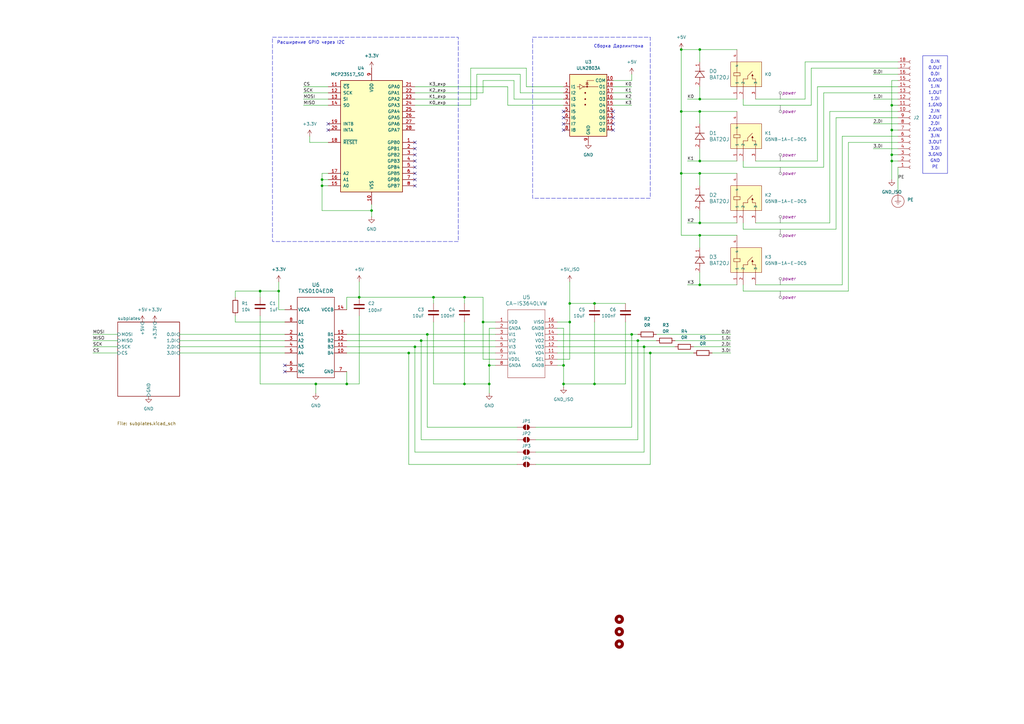
<source format=kicad_sch>
(kicad_sch (version 20231120) (generator "eeschema") (generator_version "8.0")
  (paper "A3")
  (title_block (title "${article} v${version}"))
  (lib_symbols
    (symbol "BAT20J_1" (pin_names (offset 0.254))
      (property "Reference" "D" (at 0 0 0))
      (property "Value" "BAT20J" (at 0 0 0))
      (symbol "BAT20J_1_1_1"
        (pin passive line (at 10.16 0 180) (length 2.54) (name "") (number "1"))
        (pin passive line (at 0 0 0) (length 2.54) (name "") (number "2"))
      )
    )
    (symbol "Jumper:SolderJumper_2_Open" (pin_numbers hide) (pin_names (offset 0) hide) (exclude_from_sim yes) (in_bom no)
      (property "Reference" "JP" (at 0 2.032 0))
      (property "Value" "SolderJumper_2_Open" (at 0 -2.54 0))
      (symbol "SolderJumper_2_Open_1_1"
        (pin passive line (at -3.81 0 0) (length 2.54) (name "A") (number "1"))
        (pin passive line (at 3.81 0 180) (length 2.54) (name "B") (number "2"))
      )
    )
    (symbol "kicad_inventree_lib:CA-IS3640LVW" (pin_names (offset 0.254))
      (property "Reference" "U" (at 0 5.08 0))
      (property "Value" "CA-IS3640LVW" (at 0 2.54 0))
      (symbol "CA-IS3640LVW_1_1"
        (pin power_in line (at -12.7 -5.08 0) (length 5.08) (name "VDD") (number "1"))
        (pin unspecified line (at 12.7 -20.32 180) (length 5.08) (name "SEL") (number "10"))
        (pin input line (at 12.7 -17.78 180) (length 5.08) (name "VO4") (number "11"))
        (pin output line (at 12.7 -15.24 180) (length 5.08) (name "VO3") (number "12"))
        (pin output line (at 12.7 -12.7 180) (length 5.08) (name "VO2") (number "13"))
        (pin output line (at 12.7 -10.16 180) (length 5.08) (name "VO1") (number "14"))
        (pin power_out line (at 12.7 -7.62 180) (length 5.08) (name "GNDB") (number "15"))
        (pin power_in line (at 12.7 -5.08 180) (length 5.08) (name "VISO") (number "16"))
        (pin power_out line (at -12.7 -7.62 0) (length 5.08) (name "GNDA") (number "2"))
        (pin input line (at -12.7 -10.16 0) (length 5.08) (name "VI1") (number "3"))
        (pin input line (at -12.7 -12.7 0) (length 5.08) (name "VI2") (number "4"))
        (pin passive line (at -12.7 -15.24 0) (length 5.08) (name "VI3") (number "5"))
        (pin passive line (at -12.7 -17.78 0) (length 5.08) (name "VI4") (number "6"))
        (pin power_in line (at -12.7 -20.32 0) (length 5.08) (name "VDDL") (number "7"))
        (pin unspecified line (at -12.7 -22.86 0) (length 5.08) (name "GNDA") (number "8"))
        (pin unspecified line (at 12.7 -22.86 180) (length 5.08) (name "GNDB") (number "9"))
      )
    )
    (symbol "kicad_inventree_lib:C_100nF_50V_1206" (pin_numbers hide) (pin_names (offset 0.254))
      (property "Reference" "C" (at 0.635 2.54 0))
      (property "Value" "100nF" (at 0.635 -2.54 0))
      (symbol "C_100nF_50V_1206_1_1"
        (pin passive line (at 0 3.81 270) (length 2.794) (name "~") (number "1"))
        (pin passive line (at 0 -3.81 90) (length 2.794) (name "~") (number "2"))
      )
    )
    (symbol "kicad_inventree_lib:C_10uF_16V_1206" (pin_numbers hide) (pin_names (offset 0.254))
      (property "Reference" "C" (at 0.635 2.54 0))
      (property "Value" "10uF" (at 0.635 -2.54 0))
      (symbol "C_10uF_16V_1206_1_1"
        (pin passive line (at 0 3.81 270) (length 2.794) (name "~") (number "1"))
        (pin passive line (at 0 -3.81 90) (length 2.794) (name "~") (number "2"))
      )
    )
    (symbol "kicad_inventree_lib:C_1uF_16V_1206" (pin_numbers hide) (pin_names (offset 0.254))
      (property "Reference" "C" (at 0.635 2.54 0))
      (property "Value" "1uF" (at 0.635 -2.54 0))
      (symbol "C_1uF_16V_1206_1_1"
        (pin passive line (at 0 3.81 270) (length 2.794) (name "~") (number "1"))
        (pin passive line (at 0 -3.81 90) (length 2.794) (name "~") (number "2"))
      )
    )
    (symbol "kicad_inventree_lib:Degson_2EDGR-5.08-18P" (pin_names (offset 1.016) hide)
      (property "Reference" "J" (at 0 2.54 0))
      (property "Value" "2EDGR-5.08-18P" (at -4.572 -46.482 0))
      (symbol "Degson_2EDGR-5.08-18P_1_1"
        (pin passive line (at -5.08 0 0) (length 3.81) (name "Pin_1") (number "1"))
        (pin passive line (at -5.08 -22.86 0) (length 3.81) (name "Pin_10") (number "10"))
        (pin passive line (at -5.08 -25.4 0) (length 3.81) (name "Pin_11") (number "11"))
        (pin passive line (at -5.08 -27.94 0) (length 3.81) (name "Pin_12") (number "12"))
        (pin passive line (at -5.08 -30.48 0) (length 3.81) (name "Pin_13") (number "13"))
        (pin passive line (at -5.08 -33.02 0) (length 3.81) (name "Pin_14") (number "14"))
        (pin passive line (at -5.08 -35.56 0) (length 3.81) (name "Pin_15") (number "15"))
        (pin passive line (at -5.08 -38.1 0) (length 3.81) (name "Pin_16") (number "16"))
        (pin passive line (at -5.08 -40.64 0) (length 3.81) (name "Pin_17") (number "17"))
        (pin passive line (at -5.08 -43.18 0) (length 3.81) (name "Pin_18") (number "18"))
        (pin passive line (at -5.08 -2.54 0) (length 3.81) (name "Pin_2") (number "2"))
        (pin passive line (at -5.08 -5.08 0) (length 3.81) (name "Pin_3") (number "3"))
        (pin passive line (at -5.08 -7.62 0) (length 3.81) (name "Pin_4") (number "4"))
        (pin passive line (at -5.08 -10.16 0) (length 3.81) (name "Pin_5") (number "5"))
        (pin passive line (at -5.08 -12.7 0) (length 3.81) (name "Pin_6") (number "6"))
        (pin passive line (at -5.08 -15.24 0) (length 3.81) (name "Pin_7") (number "7"))
        (pin passive line (at -5.08 -17.78 0) (length 3.81) (name "Pin_8") (number "8"))
        (pin passive line (at -5.08 -20.32 0) (length 3.81) (name "Pin_9") (number "9"))
      )
    )
    (symbol "kicad_inventree_lib:G5NB-1A-E-DC5" (pin_names (offset 1.016))
      (property "Reference" "K" (at 7.9746 6.5786 0))
      (property "Value" "G5NB-1A-E-DC5" (at 7.3352 4.0386 0))
      (symbol "G5NB-1A-E-DC5_0_0"
        (pin passive line (at 2.54 0 0) (length 5.08) (name "1") (number "1"))
        (pin passive line (at 2.54 -2.54 0) (length 5.08) (name "2") (number "2"))
        (pin passive line (at 2.54 -7.62 0) (length 5.08) (name "3") (number "3"))
        (pin passive line (at 22.86 0 180) (length 5.08) (name "4") (number "4"))
      )
    )
    (symbol "kicad_inventree_lib:MCP23S17_SO" (pin_names (offset 1.016))
      (property "Reference" "U" (at -11.43 24.13 0))
      (property "Value" "MCP23S17_SO" (at 0 0 0))
      (symbol "MCP23S17_SO_1_1"
        (pin bidirectional line (at 17.78 -2.54 180) (length 5.08) (name "GPB0") (number "1"))
        (pin power_in line (at 0 -27.94 90) (length 5.08) (name "VSS") (number "10"))
        (pin input line (at -17.78 20.32 0) (length 5.08) (name "~{CS}") (number "11"))
        (pin input line (at -17.78 17.78 0) (length 5.08) (name "SCK") (number "12"))
        (pin input line (at -17.78 15.24 0) (length 5.08) (name "SI") (number "13"))
        (pin output line (at -17.78 12.7 0) (length 5.08) (name "SO") (number "14"))
        (pin input line (at -17.78 -20.32 0) (length 5.08) (name "A0") (number "15"))
        (pin input line (at -17.78 -17.78 0) (length 5.08) (name "A1") (number "16"))
        (pin input line (at -17.78 -15.24 0) (length 5.08) (name "A2") (number "17"))
        (pin input line (at -17.78 -2.54 0) (length 5.08) (name "~{RESET}") (number "18"))
        (pin tri_state line (at -17.78 5.08 0) (length 5.08) (name "INTB") (number "19"))
        (pin bidirectional line (at 17.78 -5.08 180) (length 5.08) (name "GPB1") (number "2"))
        (pin tri_state line (at -17.78 2.54 0) (length 5.08) (name "INTA") (number "20"))
        (pin bidirectional line (at 17.78 20.32 180) (length 5.08) (name "GPA0") (number "21"))
        (pin bidirectional line (at 17.78 17.78 180) (length 5.08) (name "GPA1") (number "22"))
        (pin bidirectional line (at 17.78 15.24 180) (length 5.08) (name "GPA2") (number "23"))
        (pin bidirectional line (at 17.78 12.7 180) (length 5.08) (name "GPA3") (number "24"))
        (pin bidirectional line (at 17.78 10.16 180) (length 5.08) (name "GPA4") (number "25"))
        (pin bidirectional line (at 17.78 7.62 180) (length 5.08) (name "GPA5") (number "26"))
        (pin bidirectional line (at 17.78 5.08 180) (length 5.08) (name "GPA6") (number "27"))
        (pin bidirectional line (at 17.78 2.54 180) (length 5.08) (name "GPA7") (number "28"))
        (pin bidirectional line (at 17.78 -7.62 180) (length 5.08) (name "GPB2") (number "3"))
        (pin bidirectional line (at 17.78 -10.16 180) (length 5.08) (name "GPB3") (number "4"))
        (pin bidirectional line (at 17.78 -12.7 180) (length 5.08) (name "GPB4") (number "5"))
        (pin bidirectional line (at 17.78 -15.24 180) (length 5.08) (name "GPB5") (number "6"))
        (pin bidirectional line (at 17.78 -17.78 180) (length 5.08) (name "GPB6") (number "7"))
        (pin bidirectional line (at 17.78 -20.32 180) (length 5.08) (name "GPB7") (number "8"))
        (pin power_in line (at 0 27.94 270) (length 5.08) (name "VDD") (number "9"))
      )
    )
    (symbol "kicad_inventree_lib:MountingHole_M3" (pin_names (offset 1.016)) (exclude_from_sim yes) (in_bom no))
    (symbol "kicad_inventree_lib:PE" (pin_numbers hide) (pin_names (offset 0) hide) (in_bom no)
      (property "Value" "PE" (at 0 -7.62 0))
      (symbol "PE_1_1"
        (pin power_in line (at 0 0 270) (length 0) (name "~") (number "1"))
      )
    )
    (symbol "kicad_inventree_lib:R_0R_1206_1%" (pin_numbers hide) (pin_names (offset 0))
      (property "Reference" "R" (at 2.032 0 90))
      (property "Value" "0R" (at 0 0 90))
      (symbol "R_0R_1206_1%_1_1"
        (pin passive line (at 0 3.81 270) (length 1.27) (name "~") (number "1"))
        (pin passive line (at 0 -3.81 90) (length 1.27) (name "~") (number "2"))
      )
    )
    (symbol "kicad_inventree_lib:R_10k_1206_1%" (pin_numbers hide) (pin_names (offset 0))
      (property "Reference" "R" (at 2.032 0 90))
      (property "Value" "10k" (at 0 0 90))
      (symbol "R_10k_1206_1%_1_1"
        (pin passive line (at 0 3.81 270) (length 1.27) (name "~") (number "1"))
        (pin passive line (at 0 -3.81 90) (length 1.27) (name "~") (number "2"))
      )
    )
    (symbol "kicad_inventree_lib:TXS0104EDR" (pin_names (offset 0.254))
      (property "Reference" "U" (at 5.08 2.54 0))
      (property "Value" "TXS0104EDR" (at 0 2.54 0))
      (symbol "TXS0104EDR_0_1"
        (pin power_in line (at -12.7 -5.08 0) (length 5.08) (name "VCCA") (number "1"))
        (pin bidirectional line (at 12.7 -22.86 180) (length 5.08) (name "B4") (number "10"))
        (pin bidirectional line (at 12.7 -20.32 180) (length 5.08) (name "B3") (number "11"))
        (pin bidirectional line (at 12.7 -17.78 180) (length 5.08) (name "B2") (number "12"))
        (pin bidirectional line (at 12.7 -15.24 180) (length 5.08) (name "B1") (number "13"))
        (pin power_in line (at 12.7 -5.08 180) (length 5.08) (name "VCCB") (number "14"))
        (pin bidirectional line (at -12.7 -15.24 0) (length 5.08) (name "A1") (number "2"))
        (pin bidirectional line (at -12.7 -17.78 0) (length 5.08) (name "A2") (number "3"))
        (pin bidirectional line (at -12.7 -20.32 0) (length 5.08) (name "A3") (number "4"))
        (pin bidirectional line (at -12.7 -22.86 0) (length 5.08) (name "A4") (number "5"))
        (pin unspecified line (at -12.7 -27.94 0) (length 5.08) (name "NC") (number "6"))
        (pin power_in line (at 12.7 -30.48 180) (length 5.08) (name "GND") (number "7"))
        (pin input line (at -12.7 -10.16 0) (length 5.08) (name "OE") (number "8"))
        (pin unspecified line (at -12.7 -30.48 0) (length 5.08) (name "NC") (number "9"))
      )
    )
    (symbol "kicad_inventree_lib:ULN2803A"
      (property "Reference" "U" (at 0 13.335 0))
      (property "Value" "ULN2803A" (at 0 11.43 0))
      (symbol "ULN2803A_1_1"
        (pin input line (at -10.16 5.08 0) (length 2.54) (name "I1") (number "1"))
        (pin passive line (at 10.16 7.62 180) (length 2.54) (name "COM") (number "10"))
        (pin open_collector line (at 10.16 -12.7 180) (length 2.54) (name "O8") (number "11"))
        (pin open_collector line (at 10.16 -10.16 180) (length 2.54) (name "O7") (number "12"))
        (pin open_collector line (at 10.16 -7.62 180) (length 2.54) (name "O6") (number "13"))
        (pin open_collector line (at 10.16 -5.08 180) (length 2.54) (name "O5") (number "14"))
        (pin open_collector line (at 10.16 -2.54 180) (length 2.54) (name "O4") (number "15"))
        (pin open_collector line (at 10.16 0 180) (length 2.54) (name "O3") (number "16"))
        (pin open_collector line (at 10.16 2.54 180) (length 2.54) (name "O2") (number "17"))
        (pin open_collector line (at 10.16 5.08 180) (length 2.54) (name "O1") (number "18"))
        (pin input line (at -10.16 2.54 0) (length 2.54) (name "I2") (number "2"))
        (pin input line (at -10.16 0 0) (length 2.54) (name "I3") (number "3"))
        (pin input line (at -10.16 -2.54 0) (length 2.54) (name "I4") (number "4"))
        (pin input line (at -10.16 -5.08 0) (length 2.54) (name "I5") (number "5"))
        (pin input line (at -10.16 -7.62 0) (length 2.54) (name "I6") (number "6"))
        (pin input line (at -10.16 -10.16 0) (length 2.54) (name "I7") (number "7"))
        (pin input line (at -10.16 -12.7 0) (length 2.54) (name "I8") (number "8"))
        (pin power_in line (at 0 -17.78 90) (length 2.54) (name "GND") (number "9"))
      )
    )
    (symbol "power:+5V" (power) (pin_numbers hide) (pin_names (offset 0) hide)
      (property "Value" "+5V" (at 0 3.556 0))
      (symbol "+5V_1_1"
        (pin power_in line (at 0 0 90) (length 0) (name "~") (number "1"))
      )
    )
    (symbol "power:GND" (power) (pin_numbers hide) (pin_names (offset 0) hide)
      (property "Value" "GND" (at 0 -3.81 0))
      (symbol "GND_1_1"
        (pin power_in line (at 0 0 270) (length 0) (name "~") (number "1"))
      )
    )
  )
  (junction (at 167.64 144.78))
  (junction (at 365.76 63.5))
  (junction (at 233.68 124.46))
  (junction (at 264.16 142.24))
  (junction (at 132.08 76.2))
  (junction (at 287.02 20.32))
  (junction (at 200.66 157.48))
  (junction (at 129.54 157.48))
  (junction (at 287.02 96.52))
  (junction (at 287.02 71.12))
  (junction (at 200.66 149.86))
  (junction (at 114.3 119.38))
  (junction (at 190.5 157.48))
  (junction (at 266.7 144.78))
  (junction (at 172.72 139.7))
  (junction (at 132.08 73.66))
  (junction (at 177.8 121.92))
  (junction (at 198.12 132.08))
  (junction (at 287.02 91.44))
  (junction (at 259.08 137.16))
  (junction (at 175.26 137.16))
  (junction (at 287.02 45.72))
  (junction (at 152.4 86.36))
  (junction (at 231.14 157.48))
  (junction (at 147.32 121.92))
  (junction (at 365.76 43.18))
  (junction (at 287.02 40.64))
  (junction (at 243.84 157.48))
  (junction (at 231.14 149.86))
  (junction (at 365.76 53.34))
  (junction (at 170.18 142.24))
  (junction (at 279.4 71.12))
  (junction (at 365.76 66.04))
  (junction (at 233.68 132.08))
  (junction (at 261.62 139.7))
  (junction (at 190.5 121.92))
  (junction (at 287.02 116.84))
  (junction (at 106.68 119.38))
  (junction (at 142.24 157.48))
  (junction (at 287.02 66.04))
  (junction (at 243.84 124.46))
  (junction (at 279.4 20.32))
  (junction (at 279.4 45.72))
  (no_connect (at 134.62 50.8))
  (no_connect (at 231.14 53.34))
  (no_connect (at 170.18 73.66))
  (no_connect (at 231.14 50.8))
  (no_connect (at 170.18 76.2))
  (no_connect (at 134.62 53.34))
  (no_connect (at 251.46 45.72))
  (no_connect (at 231.14 45.72))
  (no_connect (at 170.18 66.04))
  (no_connect (at 251.46 50.8))
  (no_connect (at 116.84 149.86))
  (no_connect (at 251.46 48.26))
  (no_connect (at 116.84 152.4))
  (no_connect (at 231.14 48.26))
  (no_connect (at 170.18 71.12))
  (no_connect (at 170.18 68.58))
  (no_connect (at 251.46 53.34))
  (no_connect (at 170.18 63.5))
  (no_connect (at 170.18 58.42))
  (no_connect (at 170.18 60.96))
  (wire (pts (xy 142.24 142.24) (xy 170.18 142.24)))
  (wire (pts (xy 73.66 142.24) (xy 116.84 142.24)))
  (wire (pts (xy 269.24 137.16) (xy 299.72 137.16)))
  (wire (pts (xy 152.4 86.36) (xy 132.08 86.36)))
  (wire (pts (xy 279.4 96.52) (xy 279.4 71.12)))
  (wire (pts (xy 142.24 157.48) (xy 147.32 157.48)))
  (wire (pts (xy 129.54 157.48) (xy 129.54 161.29)))
  (wire (pts (xy 309.88 40.64) (xy 330.2 40.64)))
  (wire (pts (xy 195.58 30.48) (xy 195.58 40.64)))
  (wire (pts (xy 259.08 35.56) (xy 251.46 35.56)))
  (wire (pts (xy 134.62 35.56) (xy 124.46 35.56)))
  (wire (pts (xy 302.26 71.12) (xy 287.02 71.12)))
  (wire (pts (xy 212.09 180.34) (xy 172.72 180.34)))
  (wire (pts (xy 347.98 119.38) (xy 304.8 119.38)))
  (wire (pts (xy 231.14 157.48) (xy 231.14 158.75)))
  (wire (pts (xy 231.14 149.86) (xy 231.14 157.48)))
  (wire (pts (xy 292.1 144.78) (xy 299.72 144.78)))
  (wire (pts (xy 200.66 134.62) (xy 200.66 149.86)))
  (wire (pts (xy 340.36 91.44) (xy 340.36 45.72)))
  (wire (pts (xy 198.12 147.32) (xy 198.12 132.08)))
  (wire (pts (xy 266.7 144.78) (xy 284.48 144.78)))
  (wire (pts (xy 233.68 147.32) (xy 233.68 132.08)))
  (wire (pts (xy 198.12 132.08) (xy 203.2 132.08)))
  (wire (pts (xy 193.04 27.94) (xy 193.04 43.18)))
  (wire (pts (xy 287.02 66.04) (xy 302.26 66.04)))
  (wire (pts (xy 287.02 116.84) (xy 302.26 116.84)))
  (wire (pts (xy 167.64 190.5) (xy 167.64 144.78)))
  (wire (pts (xy 190.5 121.92) (xy 190.5 124.46)))
  (wire (pts (xy 208.28 43.18) (xy 231.14 43.18)))
  (wire (pts (xy 177.8 121.92) (xy 177.8 124.46)))
  (wire (pts (xy 203.2 134.62) (xy 200.66 134.62)))
  (wire (pts (xy 38.1 139.7) (xy 48.26 139.7)))
  (wire (pts (xy 259.08 137.16) (xy 261.62 137.16)))
  (wire (pts (xy 134.62 71.12) (xy 132.08 71.12)))
  (wire (pts (xy 96.52 132.08) (xy 96.52 129.54)))
  (wire (pts (xy 261.62 180.34) (xy 261.62 139.7)))
  (wire (pts (xy 152.4 88.9) (xy 152.4 86.36)))
  (wire (pts (xy 281.94 40.64) (xy 287.02 40.64)))
  (wire (pts (xy 170.18 142.24) (xy 203.2 142.24)))
  (wire (pts (xy 287.02 60.96) (xy 287.02 66.04)))
  (wire (pts (xy 190.5 132.08) (xy 190.5 157.48)))
  (wire (pts (xy 281.94 91.44) (xy 287.02 91.44)))
  (wire (pts (xy 264.16 142.24) (xy 276.86 142.24)))
  (wire (pts (xy 358.14 30.48) (xy 368.3 30.48)))
  (wire (pts (xy 96.52 121.92) (xy 96.52 119.38)))
  (wire (pts (xy 175.26 175.26) (xy 175.26 137.16)))
  (wire (pts (xy 330.2 40.64) (xy 330.2 25.4)))
  (wire (pts (xy 129.54 157.48) (xy 142.24 157.48)))
  (wire (pts (xy 228.6 149.86) (xy 231.14 149.86)))
  (wire (pts (xy 337.82 38.1) (xy 368.3 38.1)))
  (wire (pts (xy 358.14 50.8) (xy 368.3 50.8)))
  (wire (pts (xy 281.94 116.84) (xy 287.02 116.84)))
  (wire (pts (xy 287.02 96.52) (xy 287.02 101.6)))
  (wire (pts (xy 233.68 124.46) (xy 243.84 124.46)))
  (wire (pts (xy 365.76 63.5) (xy 365.76 66.04)))
  (wire (pts (xy 167.64 144.78) (xy 203.2 144.78)))
  (wire (pts (xy 147.32 121.92) (xy 177.8 121.92)))
  (wire (pts (xy 261.62 139.7) (xy 269.24 139.7)))
  (wire (pts (xy 38.1 137.16) (xy 48.26 137.16)))
  (wire (pts (xy 203.2 147.32) (xy 198.12 147.32)))
  (wire (pts (xy 259.08 38.1) (xy 251.46 38.1)))
  (wire (pts (xy 279.4 71.12) (xy 279.4 45.72)))
  (wire (pts (xy 358.14 40.64) (xy 368.3 40.64)))
  (wire (pts (xy 142.24 127) (xy 142.24 121.92)))
  (wire (pts (xy 243.84 124.46) (xy 256.54 124.46)))
  (wire (pts (xy 170.18 35.56) (xy 208.28 35.56)))
  (wire (pts (xy 287.02 96.52) (xy 279.4 96.52)))
  (wire (pts (xy 302.26 96.52) (xy 287.02 96.52)))
  (wire (pts (xy 212.09 190.5) (xy 167.64 190.5)))
  (wire (pts (xy 212.09 175.26) (xy 175.26 175.26)))
  (wire (pts (xy 147.32 129.54) (xy 147.32 157.48)))
  (wire (pts (xy 213.36 38.1) (xy 231.14 38.1)))
  (wire (pts (xy 259.08 43.18) (xy 251.46 43.18)))
  (wire (pts (xy 175.26 137.16) (xy 203.2 137.16)))
  (wire (pts (xy 116.84 132.08) (xy 96.52 132.08)))
  (wire (pts (xy 38.1 144.78) (xy 48.26 144.78)))
  (wire (pts (xy 287.02 45.72) (xy 287.02 50.8)))
  (wire (pts (xy 304.8 43.18) (xy 332.74 43.18)))
  (wire (pts (xy 198.12 121.92) (xy 198.12 132.08)))
  (wire (pts (xy 219.71 180.34) (xy 261.62 180.34)))
  (wire (pts (xy 106.68 157.48) (xy 129.54 157.48)))
  (wire (pts (xy 330.2 25.4) (xy 368.3 25.4)))
  (wire (pts (xy 309.88 91.44) (xy 340.36 91.44)))
  (wire (pts (xy 368.3 68.58) (xy 368.3 78.74)))
  (wire (pts (xy 302.26 40.64) (xy 287.02 40.64)))
  (wire (pts (xy 127 58.42) (xy 134.62 58.42)))
  (wire (pts (xy 358.14 60.96) (xy 368.3 60.96)))
  (wire (pts (xy 142.24 121.92) (xy 147.32 121.92)))
  (wire (pts (xy 279.4 45.72) (xy 279.4 20.32)))
  (wire (pts (xy 228.6 139.7) (xy 261.62 139.7)))
  (wire (pts (xy 337.82 68.58) (xy 337.82 38.1)))
  (wire (pts (xy 365.76 66.04) (xy 365.76 73.66)))
  (wire (pts (xy 170.18 43.18) (xy 193.04 43.18)))
  (wire (pts (xy 215.9 35.56) (xy 231.14 35.56)))
  (wire (pts (xy 231.14 157.48) (xy 243.84 157.48)))
  (wire (pts (xy 73.66 139.7) (xy 116.84 139.7)))
  (wire (pts (xy 302.26 91.44) (xy 287.02 91.44)))
  (wire (pts (xy 287.02 40.64) (xy 287.02 35.56)))
  (wire (pts (xy 210.82 40.64) (xy 231.14 40.64)))
  (wire (pts (xy 304.8 66.04) (xy 304.8 68.58)))
  (wire (pts (xy 200.66 157.48) (xy 200.66 161.29)))
  (wire (pts (xy 365.76 33.02) (xy 365.76 43.18)))
  (wire (pts (xy 114.3 119.38) (xy 114.3 127)))
  (wire (pts (xy 287.02 45.72) (xy 279.4 45.72)))
  (wire (pts (xy 134.62 40.64) (xy 124.46 40.64)))
  (wire (pts (xy 177.8 121.92) (xy 190.5 121.92)))
  (wire (pts (xy 345.44 55.88) (xy 368.3 55.88)))
  (wire (pts (xy 276.86 139.7) (xy 299.72 139.7)))
  (wire (pts (xy 332.74 27.94) (xy 368.3 27.94)))
  (wire (pts (xy 345.44 116.84) (xy 345.44 55.88)))
  (wire (pts (xy 208.28 43.18) (xy 208.28 35.56)))
  (wire (pts (xy 284.48 142.24) (xy 299.72 142.24)))
  (wire (pts (xy 219.71 185.42) (xy 264.16 185.42)))
  (wire (pts (xy 38.1 142.24) (xy 48.26 142.24)))
  (wire (pts (xy 210.82 40.64) (xy 210.82 33.02)))
  (wire (pts (xy 127 55.88) (xy 127 58.42)))
  (wire (pts (xy 335.28 66.04) (xy 335.28 35.56)))
  (wire (pts (xy 287.02 91.44) (xy 287.02 86.36)))
  (wire (pts (xy 210.82 33.02) (xy 198.12 33.02)))
  (wire (pts (xy 259.08 33.02) (xy 259.08 30.48)))
  (wire (pts (xy 347.98 58.42) (xy 347.98 119.38)))
  (wire (pts (xy 170.18 40.64) (xy 195.58 40.64)))
  (wire (pts (xy 132.08 71.12) (xy 132.08 73.66)))
  (wire (pts (xy 233.68 115.57) (xy 233.68 124.46)))
  (wire (pts (xy 228.6 147.32) (xy 233.68 147.32)))
  (wire (pts (xy 264.16 185.42) (xy 264.16 142.24)))
  (wire (pts (xy 256.54 132.08) (xy 256.54 157.48)))
  (wire (pts (xy 335.28 35.56) (xy 368.3 35.56)))
  (wire (pts (xy 304.8 93.98) (xy 342.9 93.98)))
  (wire (pts (xy 340.36 45.72) (xy 368.3 45.72)))
  (wire (pts (xy 368.3 66.04) (xy 365.76 66.04)))
  (wire (pts (xy 233.68 132.08) (xy 228.6 132.08)))
  (wire (pts (xy 219.71 175.26) (xy 259.08 175.26)))
  (wire (pts (xy 170.18 185.42) (xy 170.18 142.24)))
  (wire (pts (xy 200.66 149.86) (xy 200.66 157.48)))
  (wire (pts (xy 304.8 40.64) (xy 304.8 43.18)))
  (wire (pts (xy 266.7 190.5) (xy 266.7 144.78)))
  (wire (pts (xy 198.12 33.02) (xy 198.12 38.1)))
  (wire (pts (xy 228.6 134.62) (xy 231.14 134.62)))
  (wire (pts (xy 73.66 137.16) (xy 116.84 137.16)))
  (wire (pts (xy 132.08 76.2) (xy 134.62 76.2)))
  (wire (pts (xy 132.08 73.66) (xy 132.08 76.2)))
  (wire (pts (xy 132.08 76.2) (xy 132.08 86.36)))
  (wire (pts (xy 368.3 33.02) (xy 365.76 33.02)))
  (wire (pts (xy 114.3 127) (xy 116.84 127)))
  (wire (pts (xy 287.02 71.12) (xy 287.02 76.2)))
  (wire (pts (xy 190.5 157.48) (xy 200.66 157.48)))
  (wire (pts (xy 147.32 115.57) (xy 147.32 121.92)))
  (wire (pts (xy 134.62 73.66) (xy 132.08 73.66)))
  (wire (pts (xy 134.62 38.1) (xy 124.46 38.1)))
  (wire (pts (xy 228.6 144.78) (xy 266.7 144.78)))
  (wire (pts (xy 190.5 121.92) (xy 198.12 121.92)))
  (wire (pts (xy 177.8 132.08) (xy 177.8 157.48)))
  (wire (pts (xy 228.6 137.16) (xy 259.08 137.16)))
  (wire (pts (xy 172.72 139.7) (xy 203.2 139.7)))
  (wire (pts (xy 365.76 53.34) (xy 365.76 63.5)))
  (wire (pts (xy 304.8 91.44) (xy 304.8 93.98)))
  (wire (pts (xy 259.08 175.26) (xy 259.08 137.16)))
  (wire (pts (xy 332.74 43.18) (xy 332.74 27.94)))
  (wire (pts (xy 368.3 58.42) (xy 347.98 58.42)))
  (wire (pts (xy 219.71 190.5) (xy 266.7 190.5)))
  (wire (pts (xy 106.68 129.54) (xy 106.68 157.48)))
  (wire (pts (xy 228.6 142.24) (xy 264.16 142.24)))
  (wire (pts (xy 287.02 20.32) (xy 287.02 25.4)))
  (wire (pts (xy 213.36 30.48) (xy 195.58 30.48)))
  (wire (pts (xy 304.8 68.58) (xy 337.82 68.58)))
  (wire (pts (xy 233.68 124.46) (xy 233.68 132.08)))
  (wire (pts (xy 365.76 53.34) (xy 368.3 53.34)))
  (wire (pts (xy 256.54 157.48) (xy 243.84 157.48)))
  (wire (pts (xy 365.76 43.18) (xy 365.76 53.34)))
  (wire (pts (xy 304.8 119.38) (xy 304.8 116.84)))
  (wire (pts (xy 287.02 20.32) (xy 302.26 20.32)))
  (wire (pts (xy 279.4 20.32) (xy 287.02 20.32)))
  (wire (pts (xy 203.2 149.86) (xy 200.66 149.86)))
  (wire (pts (xy 172.72 180.34) (xy 172.72 139.7)))
  (wire (pts (xy 96.52 119.38) (xy 106.68 119.38)))
  (wire (pts (xy 177.8 157.48) (xy 190.5 157.48)))
  (wire (pts (xy 342.9 93.98) (xy 342.9 48.26)))
  (wire (pts (xy 142.24 144.78) (xy 167.64 144.78)))
  (wire (pts (xy 142.24 137.16) (xy 175.26 137.16)))
  (wire (pts (xy 281.94 66.04) (xy 287.02 66.04)))
  (wire (pts (xy 302.26 45.72) (xy 287.02 45.72)))
  (wire (pts (xy 251.46 33.02) (xy 259.08 33.02)))
  (wire (pts (xy 365.76 63.5) (xy 368.3 63.5)))
  (wire (pts (xy 212.09 185.42) (xy 170.18 185.42)))
  (wire (pts (xy 142.24 139.7) (xy 172.72 139.7)))
  (wire (pts (xy 215.9 27.94) (xy 193.04 27.94)))
  (wire (pts (xy 231.14 134.62) (xy 231.14 149.86)))
  (wire (pts (xy 106.68 119.38) (xy 106.68 121.92)))
  (wire (pts (xy 365.76 43.18) (xy 368.3 43.18)))
  (wire (pts (xy 309.88 116.84) (xy 345.44 116.84)))
  (wire (pts (xy 259.08 40.64) (xy 251.46 40.64)))
  (wire (pts (xy 106.68 119.38) (xy 114.3 119.38)))
  (wire (pts (xy 213.36 38.1) (xy 213.36 30.48)))
  (wire (pts (xy 342.9 48.26) (xy 368.3 48.26)))
  (wire (pts (xy 152.4 83.82) (xy 152.4 86.36)))
  (wire (pts (xy 287.02 111.76) (xy 287.02 116.84)))
  (wire (pts (xy 142.24 152.4) (xy 142.24 157.48)))
  (wire (pts (xy 134.62 43.18) (xy 124.46 43.18)))
  (wire (pts (xy 215.9 35.56) (xy 215.9 27.94)))
  (wire (pts (xy 170.18 38.1) (xy 198.12 38.1)))
  (wire (pts (xy 287.02 71.12) (xy 279.4 71.12)))
  (wire (pts (xy 114.3 115.57) (xy 114.3 119.38)))
  (wire (pts (xy 309.88 66.04) (xy 335.28 66.04)))
  (wire (pts (xy 243.84 132.08) (xy 243.84 157.48)))
  (wire (pts (xy 73.66 144.78) (xy 116.84 144.78)))
  (rectangle (start 111.76 15.24) (end 187.96 99.06) (stroke (width 0) (type dash)))
  (rectangle (start 378.46 22.86) (end 388.62 71.12))
  (rectangle (start 266.7 15.24) (end 218.44 81.28) (stroke (width 0) (type dash)))
  (text "2.OUT" (at 383.54 48.26 0) (effects (font (size 1.27 1.27))))
  (text "0.OUT" (at 383.54 27.94 0) (effects (font (size 1.27 1.27))))
  (text "1.GND" (at 383.54 43.18 0) (effects (font (size 1.27 1.27))))
  (text "3.GND" (at 383.54 63.5 0) (effects (font (size 1.27 1.27))))
  (text "1.DI" (at 383.54 40.64 0) (effects (font (size 1.27 1.27))))
  (text "1.OUT" (at 383.54 38.1 0) (effects (font (size 1.27 1.27))))
  (text "0.DI" (at 383.54 30.48 0) (effects (font (size 1.27 1.27))))
  (text "Расширение GPIO через I2C" (at 127.508 17.526 0) (effects (font (size 1.27 1.27))))
  (text "3.DI" (at 383.54 60.96 0) (effects (font (size 1.27 1.27))))
  (text "0.GND" (at 383.54 33.02 0) (effects (font (size 1.27 1.27))))
  (text "3.IN" (at 383.54 55.88 0) (effects (font (size 1.27 1.27))))
  (text "2.DI" (at 383.54 50.8 0) (effects (font (size 1.27 1.27))))
  (text "2.GND" (at 383.54 53.34 0) (effects (font (size 1.27 1.27))))
  (text "3.OUT" (at 383.54 58.42 0) (effects (font (size 1.27 1.27))))
  (text "1.IN" (at 383.54 35.56 0) (effects (font (size 1.27 1.27))))
  (text "PE" (at 383.54 68.58 0) (effects (font (size 1.27 1.27))))
  (text "0.IN" (at 383.54 25.4 0) (effects (font (size 1.27 1.27))))
  (text "Сборка Дарлингтона" (at 253.746 19.05 0) (effects (font (size 1.27 1.27))))
  (text "2.IN" (at 383.54 45.72 0) (effects (font (size 1.27 1.27))))
  (text "GND" (at 383.54 66.04 0) (effects (font (size 1.27 1.27))))
  (label "MOSI" (at 38.1 137.16 0))
  (label "0.DI" (at 358.14 30.48 0))
  (label "3.DI" (at 358.14 60.96 0))
  (label "K3_exp" (at 182.88 35.56 180))
  (label "K1_exp" (at 182.88 40.64 180))
  (label "1.DI" (at 299.72 139.7 180))
  (label "K2" (at 259.08 40.64 180))
  (label "3.DI" (at 299.72 144.78 180))
  (label "K0" (at 281.94 40.64 0))
  (label "0.DI" (at 299.72 137.16 180))
  (label "2.DI" (at 358.14 50.8 0))
  (label "K2" (at 281.94 91.44 0))
  (label "MISO" (at 124.46 43.18 0))
  (label "K1" (at 259.08 38.1 180))
  (label "CS" (at 38.1 144.78 0))
  (label "2.DI" (at 299.72 142.24 180))
  (label "SCK" (at 38.1 142.24 0))
  (label "K3" (at 259.08 43.18 180))
  (label "MOSI" (at 124.46 40.64 0))
  (label "K1" (at 281.94 66.04 0))
  (label "SCK" (at 124.46 38.1 0))
  (label "CS" (at 124.46 35.56 0))
  (label "K0_exp" (at 182.88 43.18 180))
  (label "1.DI" (at 358.14 40.64 0))
  (label "PE" (at 368.3 73.66 0))
  (label "K3" (at 281.94 116.84 0))
  (label "K0" (at 259.08 35.56 180))
  (label "K2_exp" (at 182.88 38.1 180))
  (label "MISO" (at 38.1 139.7 0))
  (netclass_flag "" (length 2.54) (shape round) (at 320.04 68.58 180) (property "Netclass" "power" (at 320.7385 71.12 0) (effects (font (italic yes)) (justify left))))
  (netclass_flag "" (length 2.54) (shape round) (at 320.04 119.38 180) (property "Netclass" "power" (at 320.7385 121.92 0) (effects (font (italic yes)) (justify left))))
  (netclass_flag "" (length 2.54) (shape round) (at 320.04 40.64 0) (property "Netclass" "power" (at 320.7385 38.1 0) (effects (font (italic yes)) (justify left))))
  (netclass_flag "" (length 2.54) (shape round) (at 320.04 91.44 0) (property "Netclass" "power" (at 320.7385 88.9 0) (effects (font (italic yes)) (justify left))))
  (netclass_flag "" (length 2.54) (shape round) (at 320.04 116.84 0) (property "Netclass" "power" (at 320.7385 114.3 0) (effects (font (italic yes)) (justify left))))
  (netclass_flag "" (length 2.54) (shape round) (at 320.04 43.18 180) (property "Netclass" "power" (at 320.7385 45.72 0) (effects (font (italic yes)) (justify left))))
  (netclass_flag "" (length 2.54) (shape round) (at 320.04 66.04 0) (property "Netclass" "power" (at 320.7385 63.5 0) (effects (font (italic yes)) (justify left))))
  (netclass_flag "" (length 2.54) (shape round) (at 320.04 93.98 180) (property "Netclass" "power" (at 320.7385 96.52 0) (effects (font (italic yes)) (justify left))))
  (symbol (lib_id "power:+5V") (at 147.32 115.57 0) (mirror y) (unit 1)
    (property "Reference" "#PWR013" (effects (hide yes)))
    (property "Value" "+5V" (at 147.32 110.49 0))
    (property "Description" "Power symbol creates a global label with name \"+5V\"" (effects (hide yes)))
  )
  (symbol (lib_id "kicad_inventree_lib:C_100nF_50V_1206") (at 256.54 128.27 0) (mirror y) (unit 1)
    (property "Reference" "C6" (at 252.73 126.9999 0) (effects (justify left)))
    (property "Value" "100nF" (at 252.73 129.5399 0) (effects (justify left)))
    (property "Footprint" "Capacitor_SMD:C_1206_3216Metric_Pad1.33x1.80mm_HandSolder" (effects (hide yes)))
    (property "Datasheet" "http://inventree.network/part/44/" (effects (hide yes)))
    (property "Description" "Unpolarized capacitor" (effects (hide yes)))
    (property "part_ipn" "C_100nF_50V_1206" (effects (hide yes)))
    (property "optional" "1" (effects (hide yes)))
  )
  (symbol (lib_id "power:GND") (at 152.4 88.9 0) (mirror y) (unit 1)
    (property "Reference" "#PWR08" (effects (hide yes)))
    (property "Value" "GND" (at 152.4 93.98 0))
    (property "Description" "Power symbol creates a global label with name \"GND\" , ground" (effects (hide yes)))
  )
  (symbol (lib_id "kicad_inventree_lib:Degson_2EDGR-5.08-18P") (at 373.38 68.58 0) (mirror x) (unit 1)
    (property "Reference" "J2" (at 374.65 48.2601 0) (effects (justify left)))
    (property "Value" "2EDGR-5.08-18P" (effects (hide yes)))
    (property "Footprint" "NextPCB:Degson_2EDGR-5.08-18P" (effects (hide yes)))
    (property "Datasheet" "http://inventree.network/part/19/" (effects (hide yes)))
    (property "Description" "01x18" (effects (hide yes)))
    (property "NextPCB_url" "https://www.hqonline.com/product-detail/terminal-blocks-kangnex-wj2edgr-5-08-18p-2500349376" (effects (hide yes)))
    (property "NextPCB_price" "0.17085" (effects (hide yes)))
    (property "part_ipn" "2EDGR-5.08-18P" (effects (hide yes)))
  )
  (symbol (lib_id "Jumper:SolderJumper_2_Open") (at 215.9 175.26 0) (unit 1) (exclude_from_sim yes) (in_bom no)
    (property "Reference" "JP1" (at 215.9 172.72 0))
    (property "Value" "SolderJumper_2_Open" (effects (hide yes)))
    (property "Footprint" "Jumper:SolderJumper-2_P1.3mm_Open_TrianglePad1.0x1.5mm" (effects (hide yes)))
    (property "Description" "Solder Jumper, 2-pole, open" (effects (hide yes)))
  )
  (symbol (lib_name "BAT20J_1") (lib_id "kicad_inventree_lib:BAT20J") (at 287.02 35.56 90) (unit 1)
    (property "Reference" "D0" (at 290.83 29.2099 90) (effects (font (size 1.524 1.524)) (justify right)))
    (property "Value" "BAT20J" (at 290.83 31.7499 90) (effects (font (size 1.524 1.524)) (justify right)))
    (property "Footprint" "kicad_inventree_lib:SOD-323_STM-M" (effects (hide yes)))
    (property "Datasheet" "http://inventree.network/part/133/" (effects (hide yes)))
    (property "part_ipn" "BAT20J" (effects (hide yes)))
  )
  (symbol (lib_id "power:GND") (at 231.14 158.75 0) (unit 1)
    (property "Reference" "#PWR011" (effects (hide yes)))
    (property "Value" "GND_ISO" (at 231.14 163.83 0))
    (property "Description" "Power symbol creates a global label with name \"GND\" , ground" (effects (hide yes)))
  )
  (symbol (lib_id "power:+5V") (at 58.42 132.08 0) (mirror y) (unit 1)
    (property "Reference" "#PWR03" (effects (hide yes)))
    (property "Value" "+5V" (at 58.42 127 0))
    (property "Description" "Power symbol creates a global label with name \"+5V\"" (effects (hide yes)))
  )
  (symbol (lib_id "power:GND") (at 129.54 161.29 0) (mirror y) (unit 1)
    (property "Reference" "#PWR017" (effects (hide yes)))
    (property "Value" "GND" (at 129.54 166.37 0))
    (property "Description" "Power symbol creates a global label with name \"GND\" , ground" (effects (hide yes)))
  )
  (symbol (lib_id "kicad_inventree_lib:G5NB-1A-E-DC5") (at 302.26 93.98 90) (unit 1)
    (property "Reference" "K2" (at 313.69 80.0099 90) (effects (justify right)))
    (property "Value" "G5NB-1A-E-DC5" (at 313.69 82.5499 90) (effects (justify right)))
    (property "Footprint" "kicad_inventree_lib:G5NB-1A-E_DC12_RELAY_G5NB-1A_DC5_OMR" (effects (hide yes)))
    (property "Datasheet" "http://inventree.network/part/14/" (effects (hide yes)))
    (property "MF" "Omron Electronics Inc-EMC Div" (effects (hide yes)))
    (property "Description_1" "\nPower PCB Relay, 3A/5A, SPST-NO, 12 VDC, G5NB Series | Omron Electronic Components G5NB-1A-E DC12\n" (effects (hide yes)))
    (property "COPYRIGHT" "Copyright (C) 2023 Ultra Librarian. All rights reserved." (effects (hide yes)))
    (property "Package" "None" (effects (hide yes)))
    (property "Price" "None" (effects (hide yes)))
    (property "Check_prices" "https://www.snapeda.com/parts/G5NB-1A-E%20DC12/Omron+Electronics+Inc-EMC+Div/view-part/?ref=eda" (effects (hide yes)))
    (property "Availability" "In Stock" (effects (hide yes)))
    (property "SnapEDA_Link" "https://www.snapeda.com/parts/G5NB-1A-E%20DC12/Omron+Electronics+Inc-EMC+Div/view-part/?ref=snap" (effects (hide yes)))
    (property "MP" "G5NB-1A-E DC12" (effects (hide yes)))
    (property "Purchase-URL" "https://www.snapeda.com/api/url_track_click_mouser/?unipart_id=3078279&manufacturer=Omron Electronics Inc-EMC Div&part_name=G5NB-1A-E DC12&search_term=g5nb" (effects (hide yes)))
    (property "MFR_NAME" "Omron" (effects (hide yes)))
    (property "MANUFACTURER_PART_NUMBER" "G5NB-1A-E DC12" (effects (hide yes)))
    (property "NextPCB_url" "https://www.hqonline.com/product-detail/oumulong-omron--g5nb-1a-e-5vdc-1025587015" (effects (hide yes)))
    (property "NextPCB_price" "0.88519" (effects (hide yes)))
    (property "part_ipn" "G5NB-1A-E-DC5" (effects (hide yes)))
  )
  (symbol (lib_name "BAT20J_1") (lib_id "kicad_inventree_lib:BAT20J") (at 287.02 60.96 90) (unit 1)
    (property "Reference" "D1" (at 290.83 54.6099 90) (effects (font (size 1.524 1.524)) (justify right)))
    (property "Value" "BAT20J" (at 290.83 57.1499 90) (effects (font (size 1.524 1.524)) (justify right)))
    (property "Footprint" "kicad_inventree_lib:SOD-323_STM-M" (effects (hide yes)))
    (property "Datasheet" "http://inventree.network/part/133/" (effects (hide yes)))
    (property "part_ipn" "BAT20J" (effects (hide yes)))
  )
  (symbol (lib_id "kicad_inventree_lib:R_0R_1206_1%") (at 273.05 139.7 90) (unit 1)
    (property "Reference" "R3" (at 273.05 133.35 90))
    (property "Value" "0R" (at 273.05 135.89 90))
    (property "Footprint" "Resistor_SMD:R_1206_3216Metric_Pad1.30x1.75mm_HandSolder" (effects (hide yes)))
    (property "Description" "Resistor" (effects (hide yes)))
    (property "part_ipn" "R_0R_1206_1%" (effects (hide yes)))
  )
  (symbol (lib_id "Jumper:SolderJumper_2_Open") (at 215.9 190.5 0) (unit 1) (exclude_from_sim yes) (in_bom no)
    (property "Reference" "JP4" (at 215.9 187.96 0))
    (property "Value" "SolderJumper_2_Open" (effects (hide yes)))
    (property "Footprint" "Jumper:SolderJumper-2_P1.3mm_Open_TrianglePad1.0x1.5mm" (effects (hide yes)))
    (property "Description" "Solder Jumper, 2-pole, open" (effects (hide yes)))
  )
  (symbol (lib_id "power:GND") (at 60.96 162.56 0) (mirror y) (unit 1)
    (property "Reference" "#PWR01" (effects (hide yes)))
    (property "Value" "GND" (at 60.96 167.64 0))
    (property "Description" "Power symbol creates a global label with name \"GND\" , ground" (effects (hide yes)))
  )
  (symbol (lib_id "kicad_inventree_lib:C_1uF_16V_1206") (at 106.68 125.73 0) (unit 1)
    (property "Reference" "C1" (at 110.49 124.4599 0) (effects (justify left)))
    (property "Value" "1uF" (at 110.49 126.9999 0) (effects (justify left)))
    (property "Footprint" "Capacitor_SMD:C_1206_3216Metric_Pad1.33x1.80mm_HandSolder" (effects (hide yes)))
    (property "Datasheet" "http://inventree.network/part/141/" (effects (hide yes)))
    (property "Description" "Unpolarized capacitor" (effects (hide yes)))
    (property "part_ipn" "C_1uF_16V_1206" (effects (hide yes)))
  )
  (symbol (lib_id "kicad_inventree_lib:MountingHole_M3") (at 254 254 0) (unit 1) (exclude_from_sim yes) (in_bom no)
    (property "Reference" "H1" (effects (hide yes)))
    (property "Value" "MountingHole_M3" (effects (hide yes)))
    (property "Footprint" "kicad_inventree_lib:MountingHole_M3" (effects (hide yes)))
    (property "Description" "Mounting Hole without connection" (effects (hide yes)))
  )
  (symbol (lib_id "kicad_inventree_lib:MountingHole_M3") (at 254 264.16 0) (unit 1) (exclude_from_sim yes) (in_bom no)
    (property "Reference" "H3" (effects (hide yes)))
    (property "Value" "MountingHole_M3" (effects (hide yes)))
    (property "Footprint" "kicad_inventree_lib:MountingHole_M3" (effects (hide yes)))
    (property "Description" "Mounting Hole without connection" (effects (hide yes)))
  )
  (symbol (lib_id "power:+5V") (at 152.4 27.94 0) (mirror y) (unit 1)
    (property "Reference" "#PWR07" (effects (hide yes)))
    (property "Value" "+3.3V" (at 152.4 22.86 0))
    (property "Description" "Power symbol creates a global label with name \"+5V\"" (effects (hide yes)))
  )
  (symbol (lib_id "power:GND") (at 365.76 73.66 0) (unit 1)
    (property "Reference" "#PWR04" (effects (hide yes)))
    (property "Value" "GND_ISO" (at 365.76 78.74 0))
    (property "Description" "Power symbol creates a global label with name \"GND\" , ground" (effects (hide yes)))
  )
  (symbol (lib_name "BAT20J_1") (lib_id "kicad_inventree_lib:BAT20J") (at 287.02 111.76 90) (unit 1)
    (property "Reference" "D3" (at 290.83 105.4099 90) (effects (font (size 1.524 1.524)) (justify right)))
    (property "Value" "BAT20J" (at 290.83 107.9499 90) (effects (font (size 1.524 1.524)) (justify right)))
    (property "Footprint" "kicad_inventree_lib:SOD-323_STM-M" (effects (hide yes)))
    (property "Datasheet" "http://inventree.network/part/133/" (effects (hide yes)))
    (property "part_ipn" "BAT20J" (effects (hide yes)))
  )
  (symbol (lib_id "Jumper:SolderJumper_2_Open") (at 215.9 185.42 0) (unit 1) (exclude_from_sim yes) (in_bom no)
    (property "Reference" "JP3" (at 215.9 182.88 0))
    (property "Value" "SolderJumper_2_Open" (effects (hide yes)))
    (property "Footprint" "Jumper:SolderJumper-2_P1.3mm_Open_TrianglePad1.0x1.5mm" (effects (hide yes)))
    (property "Description" "Solder Jumper, 2-pole, open" (effects (hide yes)))
  )
  (symbol (lib_id "power:+5V") (at 63.5 132.08 0) (mirror y) (unit 1)
    (property "Reference" "#PWR02" (effects (hide yes)))
    (property "Value" "+3.3V" (at 63.5 127 0))
    (property "Description" "Power symbol creates a global label with name \"+5V\"" (effects (hide yes)))
  )
  (symbol (lib_id "kicad_inventree_lib:C_10uF_16V_1206") (at 177.8 128.27 0) (mirror y) (unit 1)
    (property "Reference" "C3" (at 173.99 126.9999 0) (effects (justify left)))
    (property "Value" "10uF" (at 173.99 129.5399 0) (effects (justify left)))
    (property "Footprint" "Capacitor_SMD:C_1206_3216Metric_Pad1.33x1.80mm_HandSolder" (effects (hide yes)))
    (property "Datasheet" "http://inventree.network/part/141/" (effects (hide yes)))
    (property "Description" "Unpolarized capacitor" (effects (hide yes)))
    (property "part_ipn" "C_10uF_16V_1206" (effects (hide yes)))
    (property "optional" "1" (effects (hide yes)))
  )
  (symbol (lib_id "kicad_inventree_lib:G5NB-1A-E-DC5") (at 302.26 43.18 90) (unit 1)
    (property "Reference" "K0" (at 313.69 30.4799 90) (effects (justify right)))
    (property "Value" "G5NB-1A-E-DC5" (effects (hide yes)))
    (property "Footprint" "kicad_inventree_lib:G5NB-1A-E_DC12_RELAY_G5NB-1A_DC5_OMR" (effects (hide yes)))
    (property "Datasheet" "http://inventree.network/part/14/" (effects (hide yes)))
    (property "MF" "Omron Electronics Inc-EMC Div" (effects (hide yes)))
    (property "Description_1" "\nPower PCB Relay, 3A/5A, SPST-NO, 12 VDC, G5NB Series | Omron Electronic Components G5NB-1A-E DC12\n" (effects (hide yes)))
    (property "COPYRIGHT" "Copyright (C) 2023 Ultra Librarian. All rights reserved." (effects (hide yes)))
    (property "Package" "None" (effects (hide yes)))
    (property "Price" "None" (effects (hide yes)))
    (property "Check_prices" "https://www.snapeda.com/parts/G5NB-1A-E%20DC12/Omron+Electronics+Inc-EMC+Div/view-part/?ref=eda" (effects (hide yes)))
    (property "Availability" "In Stock" (effects (hide yes)))
    (property "SnapEDA_Link" "https://www.snapeda.com/parts/G5NB-1A-E%20DC12/Omron+Electronics+Inc-EMC+Div/view-part/?ref=snap" (effects (hide yes)))
    (property "MP" "G5NB-1A-E DC12" (effects (hide yes)))
    (property "Purchase-URL" "https://www.snapeda.com/api/url_track_click_mouser/?unipart_id=3078279&manufacturer=Omron Electronics Inc-EMC Div&part_name=G5NB-1A-E DC12&search_term=g5nb" (effects (hide yes)))
    (property "MFR_NAME" "Omron" (effects (hide yes)))
    (property "MANUFACTURER_PART_NUMBER" "G5NB-1A-E DC12" (effects (hide yes)))
    (property "NextPCB_url" "https://www.hqonline.com/product-detail/oumulong-omron--g5nb-1a-e-5vdc-1025587015" (effects (hide yes)))
    (property "NextPCB_price" "0.88519" (effects (hide yes)))
    (property "part_ipn" "G5NB-1A-E-DC5" (effects (hide yes)))
  )
  (symbol (lib_id "power:+5V") (at 233.68 115.57 0) (mirror y) (unit 1)
    (property "Reference" "#PWR014" (effects (hide yes)))
    (property "Value" "+5V_ISO" (at 233.68 110.49 0))
    (property "Description" "Power symbol creates a global label with name \"+5V\"" (effects (hide yes)))
  )
  (symbol (lib_id "kicad_inventree_lib:ULN2803A") (at 241.3 40.64 0) (unit 1)
    (property "Reference" "U3" (at 241.3 25.4 0))
    (property "Value" "ULN2803A" (at 241.3 27.94 0))
    (property "Footprint" "NextPCB:ULN2803A" (effects (hide yes)))
    (property "Datasheet" "http://inventree.network/part/16/" (effects (hide yes)))
    (property "Description" "Darlington Transistor Arrays, SOIC18/DIP18" (effects (hide yes)))
    (property "NextPCB_url" "https://www.hqonline.com/product-detail/darlington-triodes-umw-uln2803a-1012648161" (effects (hide yes)))
    (property "NextPCB_price" "0.08449" (effects (hide yes)))
    (property "part_ipn" "ULN2803A" (effects (hide yes)))
  )
  (symbol (lib_id "kicad_inventree_lib:MCP23S17_SO") (at 152.4 55.88 0) (unit 1)
    (property "Reference" "U4" (at 149.3835 27.94 0) (effects (justify right)))
    (property "Value" "MCP23S17_SO" (at 149.3835 30.48 0) (effects (justify right)))
    (property "Footprint" "Package_SO:SOIC-28W_7.5x17.9mm_P1.27mm" (effects (hide yes)))
    (property "Datasheet" "http://inventree.network/part/105/" (effects (hide yes)))
    (property "Description" "16-bit I/O expander, SPI, interrupts, w pull-ups, SOIC-28" (effects (hide yes)))
    (property "part_ipn" "MCP23S17-E/SO" (effects (hide yes)))
  )
  (symbol (lib_id "kicad_inventree_lib:R_0R_1206_1%") (at 288.29 144.78 90) (unit 1)
    (property "Reference" "R5" (at 288.29 138.43 90))
    (property "Value" "0R" (at 288.29 140.97 90))
    (property "Footprint" "Resistor_SMD:R_1206_3216Metric_Pad1.30x1.75mm_HandSolder" (effects (hide yes)))
    (property "Description" "Resistor" (effects (hide yes)))
    (property "part_ipn" "R_0R_1206_1%" (effects (hide yes)))
  )
  (symbol (lib_id "power:+5V") (at 259.08 30.48 0) (mirror y) (unit 1)
    (property "Reference" "#PWR05" (effects (hide yes)))
    (property "Value" "+5V" (at 259.08 25.4 0))
    (property "Description" "Power symbol creates a global label with name \"+5V\"" (effects (hide yes)))
  )
  (symbol (lib_id "kicad_inventree_lib:C_100nF_50V_1206") (at 147.32 125.73 0) (mirror y) (unit 1)
    (property "Reference" "C2" (at 153.67 124.46 0) (effects (justify left)))
    (property "Value" "100nF" (at 156.972 127.254 0) (effects (justify left)))
    (property "Footprint" "Capacitor_SMD:C_1206_3216Metric_Pad1.33x1.80mm_HandSolder" (effects (hide yes)))
    (property "Datasheet" "http://inventree.network/part/44/" (effects (hide yes)))
    (property "Description" "Unpolarized capacitor" (effects (hide yes)))
    (property "part_ipn" "C_100nF_50V_1206" (effects (hide yes)))
    (property "optional" "1" (effects (hide yes)))
  )
  (symbol (lib_name "BAT20J_1") (lib_id "kicad_inventree_lib:BAT20J") (at 287.02 86.36 90) (unit 1)
    (property "Reference" "D2" (at 290.83 80.0099 90) (effects (font (size 1.524 1.524)) (justify right)))
    (property "Value" "BAT20J" (at 290.83 82.5499 90) (effects (font (size 1.524 1.524)) (justify right)))
    (property "Footprint" "kicad_inventree_lib:SOD-323_STM-M" (effects (hide yes)))
    (property "Datasheet" "http://inventree.network/part/133/" (effects (hide yes)))
    (property "part_ipn" "BAT20J" (effects (hide yes)))
  )
  (symbol (lib_id "kicad_inventree_lib:G5NB-1A-E-DC5") (at 302.26 119.38 90) (unit 1)
    (property "Reference" "K3" (at 313.69 105.4099 90) (effects (justify right)))
    (property "Value" "G5NB-1A-E-DC5" (at 313.69 107.9499 90) (effects (justify right)))
    (property "Footprint" "kicad_inventree_lib:G5NB-1A-E_DC12_RELAY_G5NB-1A_DC5_OMR" (effects (hide yes)))
    (property "Datasheet" "http://inventree.network/part/14/" (effects (hide yes)))
    (property "MF" "Omron Electronics Inc-EMC Div" (effects (hide yes)))
    (property "Description_1" "\nPower PCB Relay, 3A/5A, SPST-NO, 12 VDC, G5NB Series | Omron Electronic Components G5NB-1A-E DC12\n" (effects (hide yes)))
    (property "COPYRIGHT" "Copyright (C) 2023 Ultra Librarian. All rights reserved." (effects (hide yes)))
    (property "Package" "None" (effects (hide yes)))
    (property "Price" "None" (effects (hide yes)))
    (property "Check_prices" "https://www.snapeda.com/parts/G5NB-1A-E%20DC12/Omron+Electronics+Inc-EMC+Div/view-part/?ref=eda" (effects (hide yes)))
    (property "Availability" "In Stock" (effects (hide yes)))
    (property "SnapEDA_Link" "https://www.snapeda.com/parts/G5NB-1A-E%20DC12/Omron+Electronics+Inc-EMC+Div/view-part/?ref=snap" (effects (hide yes)))
    (property "MP" "G5NB-1A-E DC12" (effects (hide yes)))
    (property "Purchase-URL" "https://www.snapeda.com/api/url_track_click_mouser/?unipart_id=3078279&manufacturer=Omron Electronics Inc-EMC Div&part_name=G5NB-1A-E DC12&search_term=g5nb" (effects (hide yes)))
    (property "MFR_NAME" "Omron" (effects (hide yes)))
    (property "MANUFACTURER_PART_NUMBER" "G5NB-1A-E DC12" (effects (hide yes)))
    (property "NextPCB_url" "https://www.hqonline.com/product-detail/oumulong-omron--g5nb-1a-e-5vdc-1025587015" (effects (hide yes)))
    (property "NextPCB_price" "0.88519" (effects (hide yes)))
    (property "part_ipn" "G5NB-1A-E-DC5" (effects (hide yes)))
  )
  (symbol (lib_id "power:+5V") (at 114.3 115.57 0) (mirror y) (unit 1)
    (property "Reference" "#PWR015" (effects (hide yes)))
    (property "Value" "+3.3V" (at 114.3 110.49 0))
    (property "Description" "Power symbol creates a global label with name \"+5V\"" (effects (hide yes)))
  )
  (symbol (lib_id "kicad_inventree_lib:R_10k_1206_1%") (at 96.52 125.73 0) (unit 1)
    (property "Reference" "R1" (at 99.06 124.4599 0) (effects (justify left)))
    (property "Value" "10k" (at 99.06 126.9999 0) (effects (justify left)))
    (property "Footprint" "Resistor_SMD:R_1206_3216Metric_Pad1.30x1.75mm_HandSolder" (effects (hide yes)))
    (property "Datasheet" "http://inventree.network/part/26/" (effects (hide yes)))
    (property "Description" "Resistor" (effects (hide yes)))
    (property "NextPCB_price" "0.00169" (effects (hide yes)))
    (property "NextPCB_url" "https://www.hqonline.com/product-detail/chip-resistors-fojan-frc1206f3301ts-2500354421" (effects (hide yes)))
    (property "part_ipn" "R_10k_1206_1%" (effects (hide yes)))
  )
  (symbol (lib_id "power:+5V") (at 127 55.88 0) (mirror y) (unit 1)
    (property "Reference" "#PWR09" (effects (hide yes)))
    (property "Value" "+3.3V" (at 127 50.8 0))
    (property "Description" "Power symbol creates a global label with name \"+5V\"" (effects (hide yes)))
  )
  (symbol (lib_id "kicad_inventree_lib:R_0R_1206_1%") (at 280.67 142.24 90) (unit 1)
    (property "Reference" "R4" (at 280.67 135.89 90))
    (property "Value" "0R" (at 280.67 138.43 90))
    (property "Footprint" "Resistor_SMD:R_1206_3216Metric_Pad1.30x1.75mm_HandSolder" (effects (hide yes)))
    (property "Description" "Resistor" (effects (hide yes)))
    (property "part_ipn" "R_0R_1206_1%" (effects (hide yes)))
  )
  (symbol (lib_id "kicad_inventree_lib:PE") (at 368.3 78.74 0) (unit 1) (in_bom no)
    (property "Reference" "PE1" (effects (hide yes)))
    (property "Value" "PE" (at 372.11 81.9149 0) (effects (justify left)))
    (property "Footprint" "kicad_inventree_lib:PE" (effects (hide yes)))
    (property "Description" "Power symbol creates a global label with name \"Earth_Protective\"" (effects (hide yes)))
  )
  (symbol (lib_id "kicad_inventree_lib:MountingHole_M3") (at 254 259.08 0) (unit 1) (exclude_from_sim yes) (in_bom no)
    (property "Reference" "H2" (effects (hide yes)))
    (property "Value" "MountingHole_M3" (effects (hide yes)))
    (property "Footprint" "kicad_inventree_lib:MountingHole_M3" (effects (hide yes)))
    (property "Description" "Mounting Hole without connection" (effects (hide yes)))
  )
  (symbol (lib_id "Jumper:SolderJumper_2_Open") (at 215.9 180.34 0) (unit 1) (exclude_from_sim yes) (in_bom no)
    (property "Reference" "JP2" (at 215.9 177.8 0))
    (property "Value" "SolderJumper_2_Open" (effects (hide yes)))
    (property "Footprint" "Jumper:SolderJumper-2_P1.3mm_Open_TrianglePad1.0x1.5mm" (effects (hide yes)))
    (property "Description" "Solder Jumper, 2-pole, open" (effects (hide yes)))
  )
  (symbol (lib_id "kicad_inventree_lib:C_100nF_50V_1206") (at 190.5 128.27 0) (mirror y) (unit 1)
    (property "Reference" "C4" (at 186.69 126.9999 0) (effects (justify left)))
    (property "Value" "100nF" (at 186.69 129.5399 0) (effects (justify left)))
    (property "Footprint" "Capacitor_SMD:C_1206_3216Metric_Pad1.33x1.80mm_HandSolder" (effects (hide yes)))
    (property "Datasheet" "http://inventree.network/part/44/" (effects (hide yes)))
    (property "Description" "Unpolarized capacitor" (effects (hide yes)))
    (property "part_ipn" "C_100nF_50V_1206" (effects (hide yes)))
    (property "optional" "1" (effects (hide yes)))
  )
  (symbol (lib_id "kicad_inventree_lib:C_10uF_16V_1206") (at 243.84 128.27 0) (mirror y) (unit 1)
    (property "Reference" "C5" (at 240.03 126.9999 0) (effects (justify left)))
    (property "Value" "10uF" (at 240.03 129.5399 0) (effects (justify left)))
    (property "Footprint" "Capacitor_SMD:C_1206_3216Metric_Pad1.33x1.80mm_HandSolder" (effects (hide yes)))
    (property "Datasheet" "http://inventree.network/part/141/" (effects (hide yes)))
    (property "Description" "Unpolarized capacitor" (effects (hide yes)))
    (property "part_ipn" "C_10uF_16V_1206" (effects (hide yes)))
    (property "optional" "1" (effects (hide yes)))
  )
  (symbol (lib_id "power:GND") (at 241.3 58.42 0) (mirror y) (unit 1)
    (property "Reference" "#PWR06" (effects (hide yes)))
    (property "Value" "GND" (at 241.3 63.5 0))
    (property "Description" "Power symbol creates a global label with name \"GND\" , ground" (effects (hide yes)))
  )
  (symbol (lib_id "power:+5V") (at 279.4 20.32 0) (unit 1)
    (property "Reference" "#PWR010" (effects (hide yes)))
    (property "Value" "+5V" (at 279.4 15.24 0))
    (property "Description" "Power symbol creates a global label with name \"+5V\"" (effects (hide yes)))
  )
  (symbol (lib_id "kicad_inventree_lib:R_0R_1206_1%") (at 265.43 137.16 90) (unit 1)
    (property "Reference" "R2" (at 265.43 130.81 90))
    (property "Value" "0R" (at 265.43 133.35 90))
    (property "Footprint" "Resistor_SMD:R_1206_3216Metric_Pad1.30x1.75mm_HandSolder" (effects (hide yes)))
    (property "Description" "Resistor" (effects (hide yes)))
    (property "part_ipn" "R_0R_1206_1%" (effects (hide yes)))
  )
  (symbol (lib_id "kicad_inventree_lib:G5NB-1A-E-DC5") (at 302.26 68.58 90) (unit 1)
    (property "Reference" "K1" (at 313.69 54.6099 90) (effects (justify right)))
    (property "Value" "G5NB-1A-E-DC5" (at 313.69 57.1499 90) (effects (justify right)))
    (property "Footprint" "kicad_inventree_lib:G5NB-1A-E_DC12_RELAY_G5NB-1A_DC5_OMR" (effects (hide yes)))
    (property "Datasheet" "http://inventree.network/part/14/" (effects (hide yes)))
    (property "MF" "Omron Electronics Inc-EMC Div" (effects (hide yes)))
    (property "Description_1" "\nPower PCB Relay, 3A/5A, SPST-NO, 12 VDC, G5NB Series | Omron Electronic Components G5NB-1A-E DC12\n" (effects (hide yes)))
    (property "COPYRIGHT" "Copyright (C) 2023 Ultra Librarian. All rights reserved." (effects (hide yes)))
    (property "Package" "None" (effects (hide yes)))
    (property "Price" "None" (effects (hide yes)))
    (property "Check_prices" "https://www.snapeda.com/parts/G5NB-1A-E%20DC12/Omron+Electronics+Inc-EMC+Div/view-part/?ref=eda" (effects (hide yes)))
    (property "Availability" "In Stock" (effects (hide yes)))
    (property "SnapEDA_Link" "https://www.snapeda.com/parts/G5NB-1A-E%20DC12/Omron+Electronics+Inc-EMC+Div/view-part/?ref=snap" (effects (hide yes)))
    (property "MP" "G5NB-1A-E DC12" (effects (hide yes)))
    (property "Purchase-URL" "https://www.snapeda.com/api/url_track_click_mouser/?unipart_id=3078279&manufacturer=Omron Electronics Inc-EMC Div&part_name=G5NB-1A-E DC12&search_term=g5nb" (effects (hide yes)))
    (property "MFR_NAME" "Omron" (effects (hide yes)))
    (property "MANUFACTURER_PART_NUMBER" "G5NB-1A-E DC12" (effects (hide yes)))
    (property "NextPCB_url" "https://www.hqonline.com/product-detail/oumulong-omron--g5nb-1a-e-5vdc-1025587015" (effects (hide yes)))
    (property "NextPCB_price" "0.88519" (effects (hide yes)))
    (property "part_ipn" "G5NB-1A-E-DC5" (effects (hide yes)))
  )
  (symbol (lib_id "kicad_inventree_lib:TXS0104EDR") (at 129.54 121.92 0) (unit 1)
    (property "Reference" "U6" (at 129.54 116.84 0) (effects (font (size 1.524 1.524))))
    (property "Value" "TXS0104EDR" (at 129.54 119.38 0) (effects (font (size 1.524 1.524))))
    (property "Footprint" "kicad_inventree_lib:D0014A-IPC_A" (effects (hide yes)))
    (property "Datasheet" "TXS0104EDR" (effects (hide yes)))
  )
  (symbol (lib_id "power:GND") (at 200.66 161.29 0) (mirror y) (unit 1)
    (property "Reference" "#PWR012" (effects (hide yes)))
    (property "Value" "GND" (at 200.66 166.37 0))
    (property "Description" "Power symbol creates a global label with name \"GND\" , ground" (effects (hide yes)))
  )
  (symbol (lib_id "kicad_inventree_lib:CA-IS3640LVW") (at 215.9 127 0) (unit 1)
    (property "Reference" "U5" (at 215.9 121.92 0) (effects (font (size 1.524 1.524))))
    (property "Value" "CA-IS3640LVW" (at 215.9 124.46 0) (effects (font (size 1.524 1.524))))
    (property "Footprint" "kicad_inventree_lib:SOIC16-WBW_CLG-M" (effects (hide yes)))
    (property "part_ipn" "CA-IS3640LVW" (effects (hide yes)))
  )
  (sheet (at 48.26 132.08) (size 25.4 30.48) (stroke (width 0.1524))
    (property "Sheetname" "subplates" (at 48.26 131.3684 0) (effects (justify left bottom)))
    (property "Sheetfile" "subplates.kicad_sch" (at 48.006 172.974 0) (effects (justify left top)))
    (pin "3.DI" input (at 73.66 144.78 0))
    (pin "GND" input (at 60.96 162.56 270))
    (pin "SCK" input (at 48.26 142.24 180))
    (pin "CS" input (at 48.26 144.78 180))
    (pin "0.DI" input (at 73.66 137.16 0))
    (pin "1.DI" input (at 73.66 139.7 0))
    (pin "2.DI" input (at 73.66 142.24 0))
    (pin "MISO" input (at 48.26 139.7 180))
    (pin "MOSI" input (at 48.26 137.16 180))
    (pin "+5V" input (at 58.42 132.08 90))
    (pin "+3.3V" input (at 63.5 132.08 90))
  )
)
</source>
